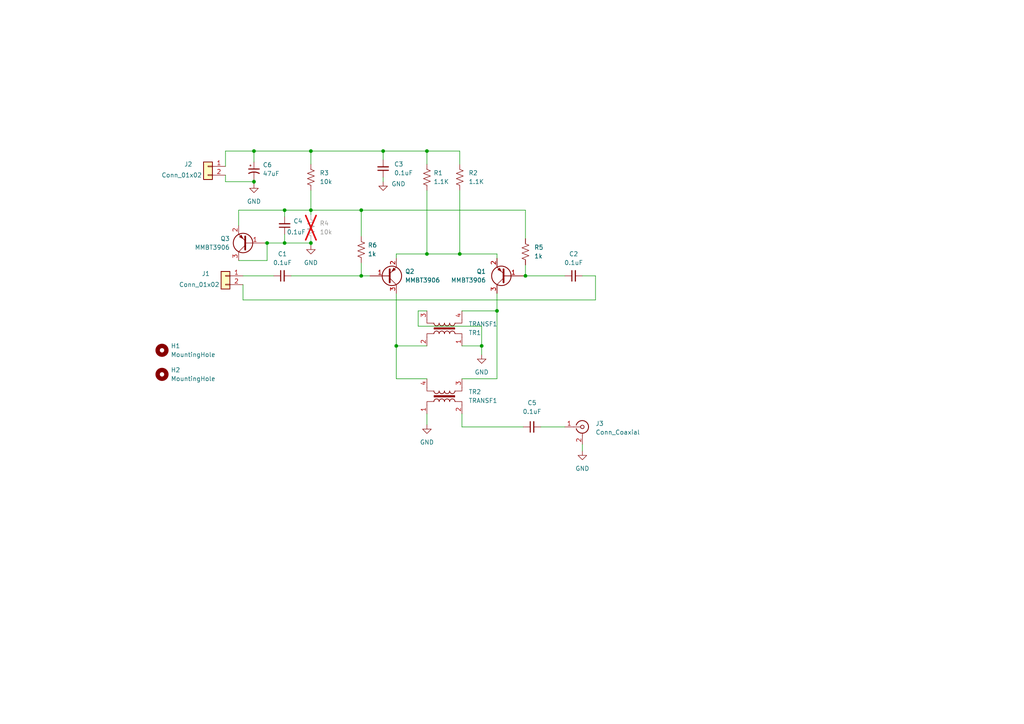
<source format=kicad_sch>
(kicad_sch (version 20230121) (generator eeschema)
  (paper "A4")
  (lib_symbols
    (symbol "Connector:Conn_Coaxial" (pin_names (offset 1.016) hide)
      (property "Reference" "J" (at 0.254 3.048 0))
      (property "Value" "Conn_Coaxial" (at 2.921 0 90))
      (symbol "Conn_Coaxial_0_1"
        (arc (start -1.778 -0.508) (mid 0.2311 -1.8066) (end 1.778 0) (stroke (width 0.254)))
        (polyline (pts (xy -2.54 0) (xy -0.508 0)))
        (polyline (pts (xy 0 -2.54) (xy 0 -1.778)))
        (circle (center 0 0) (radius 0.508) (stroke (width 0.2032)))
        (arc (start 1.778 0) (mid 0.2099 1.8101) (end -1.778 0.508) (stroke (width 0.254)))
      )
      (symbol "Conn_Coaxial_1_1"
        (pin passive line (at -5.08 0 0) (length 2.54) (name "In") (number "1"))
        (pin passive line (at 0 -5.08 90) (length 2.54) (name "Ext") (number "2"))
      )
    )
    (symbol "Connector_Generic:Conn_01x02" (pin_names (offset 1.016) hide)
      (property "Reference" "J" (at 0 2.54 0))
      (property "Value" "Conn_01x02" (at 0 -5.08 0))
      (symbol "Conn_01x02_1_1"
        (rectangle (start -1.27 -2.413) (end 0 -2.667) (stroke (width 0.1524)))
        (rectangle (start -1.27 0.127) (end 0 -0.127) (stroke (width 0.1524)))
        (rectangle (start -1.27 1.27) (end 1.27 -3.81) (stroke (width 0.254)) (fill (type background)))
        (pin passive line (at -5.08 0 0) (length 3.81) (name "Pin_1") (number "1"))
        (pin passive line (at -5.08 -2.54 0) (length 3.81) (name "Pin_2") (number "2"))
      )
    )
    (symbol "Device:C_Polarized_Small_US" (pin_numbers hide) (pin_names (offset 0.254) hide)
      (property "Reference" "C" (at 0.254 1.778 0))
      (property "Value" "C_Polarized_Small_US" (at 0.254 -2.032 0))
      (symbol "C_Polarized_Small_US_0_1"
        (polyline (pts (xy -1.524 0.508) (xy 1.524 0.508)) (stroke (width 0.3048)))
        (polyline (pts (xy -1.27 1.524) (xy -0.762 1.524)))
        (polyline (pts (xy -1.016 1.27) (xy -1.016 1.778)))
        (arc (start 1.524 -0.762) (mid 0 -0.3734) (end -1.524 -0.762) (stroke (width 0.3048)))
      )
      (symbol "C_Polarized_Small_US_1_1"
        (pin passive line (at 0 2.54 270) (length 2.032) (name "~") (number "1"))
        (pin passive line (at 0 -2.54 90) (length 2.032) (name "~") (number "2"))
      )
    )
    (symbol "Device:C_Small" (pin_numbers hide) (pin_names (offset 0.254) hide)
      (property "Reference" "C" (at 0.254 1.778 0))
      (property "Value" "C_Small" (at 0.254 -2.032 0))
      (symbol "C_Small_0_1"
        (polyline (pts (xy -1.524 -0.508) (xy 1.524 -0.508)) (stroke (width 0.3302)))
        (polyline (pts (xy -1.524 0.508) (xy 1.524 0.508)) (stroke (width 0.3048)))
      )
      (symbol "C_Small_1_1"
        (pin passive line (at 0 2.54 270) (length 2.032) (name "~") (number "1"))
        (pin passive line (at 0 -2.54 90) (length 2.032) (name "~") (number "2"))
      )
    )
    (symbol "Device:Q_PNP_BEC" (pin_names (offset 0) hide)
      (property "Reference" "Q" (at 5.08 1.27 0))
      (property "Value" "Q_PNP_BEC" (at 5.08 -1.27 0))
      (symbol "Q_PNP_BEC_0_1"
        (polyline (pts (xy 0.635 0.635) (xy 2.54 2.54)))
        (polyline (pts (xy 0.635 -0.635) (xy 2.54 -2.54) (xy 2.54 -2.54)))
        (polyline (pts (xy 0.635 1.905) (xy 0.635 -1.905) (xy 0.635 -1.905)) (stroke (width 0.508)))
        (polyline (pts (xy 2.286 -1.778) (xy 1.778 -2.286) (xy 1.27 -1.27) (xy 2.286 -1.778) (xy 2.286 -1.778)) (fill (type outline)))
        (circle (center 1.27 0) (radius 2.8194) (stroke (width 0.254)))
      )
      (symbol "Q_PNP_BEC_1_1"
        (pin input line (at -5.08 0 0) (length 5.715) (name "B") (number "1"))
        (pin passive line (at 2.54 -5.08 90) (length 2.54) (name "E") (number "2"))
        (pin passive line (at 2.54 5.08 270) (length 2.54) (name "C") (number "3"))
      )
    )
    (symbol "Device:R_US" (pin_numbers hide) (pin_names (offset 0))
      (property "Reference" "R" (at 2.54 0 90))
      (property "Value" "R_US" (at -2.54 0 90))
      (symbol "R_US_0_1"
        (polyline (pts (xy 0 -2.286) (xy 0 -2.54)))
        (polyline (pts (xy 0 2.286) (xy 0 2.54)))
        (polyline (pts (xy 0 -0.762) (xy 1.016 -1.143) (xy 0 -1.524) (xy -1.016 -1.905) (xy 0 -2.286)))
        (polyline (pts (xy 0 0.762) (xy 1.016 0.381) (xy 0 0) (xy -1.016 -0.381) (xy 0 -0.762)))
        (polyline (pts (xy 0 2.286) (xy 1.016 1.905) (xy 0 1.524) (xy -1.016 1.143) (xy 0 0.762)))
      )
      (symbol "R_US_1_1"
        (pin passive line (at 0 3.81 270) (length 1.27) (name "~") (number "1"))
        (pin passive line (at 0 -3.81 90) (length 1.27) (name "~") (number "2"))
      )
    )
    (symbol "Mechanical:MountingHole" (pin_names (offset 1.016))
      (property "Reference" "H" (at 0 5.08 0))
      (property "Value" "MountingHole" (at 0 3.175 0))
      (symbol "MountingHole_0_1"
        (circle (center 0 0) (radius 1.27) (stroke (width 1.27)))
      )
    )
    (symbol "Transformer:TRANSF1" (pin_names (offset 0))
      (property "Reference" "TR" (at 0 6.35 0))
      (property "Value" "TRANSF1" (at 0 -6.35 0))
      (symbol "TRANSF1_0_1"
        (arc (start -1.524 -3.048) (mid -0.7653 -2.286) (end -1.524 -1.524) (stroke (width 0.2032)))
        (arc (start -1.524 -1.524) (mid -0.7653 -0.762) (end -1.524 0) (stroke (width 0.2032)))
        (arc (start -1.524 0) (mid -0.7653 0.762) (end -1.524 1.524) (stroke (width 0.2032)))
        (arc (start -1.524 1.524) (mid -0.7653 2.286) (end -1.524 3.048) (stroke (width 0.2032)))
        (rectangle (start -0.254 3.048) (end 0.254 -3.048) (stroke (width 0.0254)) (fill (type outline)))
        (polyline (pts (xy -2.54 5.08) (xy -1.524 5.08) (xy -1.524 3.048) (xy -1.524 3.048)) (stroke (width 0.1524)))
        (polyline (pts (xy -1.524 -3.048) (xy -1.524 -5.08) (xy -2.54 -5.08) (xy -2.54 -5.08)) (stroke (width 0.1524)))
        (polyline (pts (xy 1.524 3.048) (xy 1.524 5.08) (xy 2.54 5.08) (xy 2.54 5.08)) (stroke (width 0.1524)))
        (polyline (pts (xy 2.54 -5.08) (xy 1.524 -5.08) (xy 1.524 -3.048) (xy 1.524 -3.048)) (stroke (width 0.1524)))
        (arc (start 1.524 -1.524) (mid 0.7653 -2.286) (end 1.524 -3.048) (stroke (width 0.2032)))
        (arc (start 1.524 0) (mid 0.7653 -0.762) (end 1.524 -1.524) (stroke (width 0.2032)))
        (arc (start 1.524 1.524) (mid 0.7653 0.762) (end 1.524 0) (stroke (width 0.2032)))
        (arc (start 1.524 3.048) (mid 0.7653 2.286) (end 1.524 1.524) (stroke (width 0.2032)))
      )
      (symbol "TRANSF1_1_1"
        (pin passive line (at -5.08 5.08 0) (length 2.54) (name "~") (number "1"))
        (pin passive line (at -5.08 -5.08 0) (length 2.54) (name "~") (number "2"))
        (pin passive line (at 5.08 -5.08 180) (length 2.54) (name "~") (number "3"))
        (pin passive line (at 5.08 5.08 180) (length 2.54) (name "~") (number "4"))
      )
    )
    (symbol "power:GND" (power) (pin_names (offset 0))
      (property "Value" "GND" (at 0 -3.81 0))
      (symbol "GND_0_1"
        (polyline (pts (xy 0 0) (xy 0 -1.27) (xy 1.27 -1.27) (xy 0 -2.54) (xy -1.27 -1.27) (xy 0 -1.27)))
      )
      (symbol "GND_1_1"
        (pin power_in line (at 0 0 270) (length 0) hide (name "GND") (number "1"))
      )
    )
  )
  (junction (at 104.775 80.01))
  (junction (at 144.145 90.17))
  (junction (at 123.825 43.815))
  (junction (at 152.4 80.01))
  (junction (at 90.17 70.485))
  (junction (at 82.55 70.485))
  (junction (at 82.55 60.96))
  (junction (at 123.825 73.66))
  (junction (at 90.17 43.815))
  (junction (at 90.17 60.96))
  (junction (at 114.935 100.33))
  (junction (at 73.66 43.815))
  (junction (at 73.66 52.705))
  (junction (at 77.47 70.485))
  (junction (at 133.35 73.66))
  (junction (at 111.125 43.815))
  (junction (at 104.775 60.96))
  (junction (at 139.7 100.33))
  (wire (pts (xy 156.845 123.825) (xy 163.83 123.825)))
  (wire (pts (xy 133.985 123.825) (xy 151.765 123.825)))
  (wire (pts (xy 121.285 94.615) (xy 121.285 90.17)))
  (wire (pts (xy 82.55 62.865) (xy 82.55 60.96)))
  (wire (pts (xy 84.455 80.01) (xy 104.775 80.01)))
  (wire (pts (xy 133.35 73.66) (xy 144.145 73.66)))
  (wire (pts (xy 139.7 100.33) (xy 139.7 94.615)))
  (wire (pts (xy 133.985 109.855) (xy 144.145 109.855)))
  (wire (pts (xy 168.91 128.905) (xy 168.91 130.81)))
  (wire (pts (xy 151.765 80.01) (xy 152.4 80.01)))
  (wire (pts (xy 114.935 85.09) (xy 114.935 100.33)))
  (wire (pts (xy 168.91 80.01) (xy 172.72 80.01)))
  (wire (pts (xy 65.405 48.26) (xy 65.405 43.815)))
  (wire (pts (xy 104.775 68.58) (xy 104.775 60.96)))
  (wire (pts (xy 111.125 43.815) (xy 123.825 43.815)))
  (wire (pts (xy 90.17 43.815) (xy 111.125 43.815)))
  (wire (pts (xy 70.485 86.995) (xy 70.485 82.55)))
  (wire (pts (xy 76.835 70.485) (xy 77.47 70.485)))
  (wire (pts (xy 152.4 69.215) (xy 152.4 60.96)))
  (wire (pts (xy 65.405 52.705) (xy 73.66 52.705)))
  (wire (pts (xy 114.935 73.66) (xy 123.825 73.66)))
  (wire (pts (xy 144.145 73.66) (xy 144.145 74.93)))
  (wire (pts (xy 144.145 90.17) (xy 144.145 85.09)))
  (wire (pts (xy 123.825 43.815) (xy 133.35 43.815)))
  (wire (pts (xy 152.4 76.835) (xy 152.4 80.01)))
  (wire (pts (xy 123.825 73.66) (xy 133.35 73.66)))
  (wire (pts (xy 139.7 100.33) (xy 139.7 102.87)))
  (wire (pts (xy 69.215 75.565) (xy 77.47 75.565)))
  (wire (pts (xy 90.17 47.625) (xy 90.17 43.815)))
  (wire (pts (xy 123.825 109.855) (xy 114.935 109.855)))
  (wire (pts (xy 172.72 86.995) (xy 70.485 86.995)))
  (wire (pts (xy 133.985 120.015) (xy 133.985 123.825)))
  (wire (pts (xy 90.17 70.485) (xy 82.55 70.485)))
  (wire (pts (xy 65.405 50.8) (xy 65.405 52.705)))
  (wire (pts (xy 123.825 120.015) (xy 123.825 123.19)))
  (wire (pts (xy 111.125 51.435) (xy 111.125 52.705)))
  (wire (pts (xy 114.935 109.855) (xy 114.935 100.33)))
  (wire (pts (xy 90.17 60.96) (xy 90.17 62.23)))
  (wire (pts (xy 90.17 69.85) (xy 90.17 70.485)))
  (wire (pts (xy 104.775 80.01) (xy 107.315 80.01)))
  (wire (pts (xy 133.985 90.17) (xy 144.145 90.17)))
  (wire (pts (xy 82.55 67.945) (xy 82.55 70.485)))
  (wire (pts (xy 69.215 60.96) (xy 82.55 60.96)))
  (wire (pts (xy 90.17 55.245) (xy 90.17 60.96)))
  (wire (pts (xy 82.55 60.96) (xy 90.17 60.96)))
  (wire (pts (xy 111.125 43.815) (xy 111.125 46.355)))
  (wire (pts (xy 121.285 90.17) (xy 123.825 90.17)))
  (wire (pts (xy 65.405 43.815) (xy 73.66 43.815)))
  (wire (pts (xy 73.66 46.99) (xy 73.66 43.815)))
  (wire (pts (xy 73.66 52.07) (xy 73.66 52.705)))
  (wire (pts (xy 152.4 60.96) (xy 104.775 60.96)))
  (wire (pts (xy 144.145 109.855) (xy 144.145 90.17)))
  (wire (pts (xy 114.935 74.93) (xy 114.935 73.66)))
  (wire (pts (xy 70.485 80.01) (xy 79.375 80.01)))
  (wire (pts (xy 133.35 55.245) (xy 133.35 73.66)))
  (wire (pts (xy 73.66 43.815) (xy 90.17 43.815)))
  (wire (pts (xy 77.47 70.485) (xy 82.55 70.485)))
  (wire (pts (xy 90.17 70.485) (xy 90.17 71.12)))
  (wire (pts (xy 77.47 75.565) (xy 77.47 70.485)))
  (wire (pts (xy 133.985 100.33) (xy 139.7 100.33)))
  (wire (pts (xy 133.35 43.815) (xy 133.35 47.625)))
  (wire (pts (xy 172.72 80.01) (xy 172.72 86.995)))
  (wire (pts (xy 114.935 100.33) (xy 123.825 100.33)))
  (wire (pts (xy 123.825 55.245) (xy 123.825 73.66)))
  (wire (pts (xy 69.215 65.405) (xy 69.215 60.96)))
  (wire (pts (xy 73.66 52.705) (xy 73.66 53.34)))
  (wire (pts (xy 104.775 76.2) (xy 104.775 80.01)))
  (wire (pts (xy 123.825 43.815) (xy 123.825 47.625)))
  (wire (pts (xy 139.7 94.615) (xy 121.285 94.615)))
  (wire (pts (xy 152.4 80.01) (xy 163.83 80.01)))
  (wire (pts (xy 104.775 60.96) (xy 90.17 60.96)))
  (symbol (lib_id "Device:R_US") (at 123.825 51.435 0) (unit 1)
    (property "Reference" "R1" (at 125.73 50.165 0) (effects (justify left)))
    (property "Value" "1.1K" (at 125.73 52.705 0) (effects (justify left)))
    (property "Footprint" "Resistor_SMD:R_0603_1608Metric_Pad0.98x0.95mm_HandSolder" (effects hide))
  )
  (symbol (lib_id "Device:R_US") (at 90.17 51.435 0) (unit 1)
    (property "Reference" "R3" (at 92.71 50.165 0) (effects (justify left)))
    (property "Value" "10k" (at 92.71 52.705 0) (effects (justify left)))
    (property "Footprint" "Resistor_SMD:R_0603_1608Metric_Pad0.98x0.95mm_HandSolder" (effects hide))
  )
  (symbol (lib_id "power:GND") (at 111.125 52.705 0) (unit 1)
    (property "Reference" "#PWR02" (effects hide))
    (property "Value" "GND" (at 115.57 53.34 0))
  )
  (symbol (lib_id "Device:C_Small") (at 166.37 80.01 90) (unit 1)
    (property "Reference" "C2" (at 166.3763 73.66 90))
    (property "Value" "0.1uF" (at 166.3763 76.2 90))
    (property "Footprint" "Capacitor_SMD:C_0603_1608Metric_Pad1.08x0.95mm_HandSolder" (effects hide))
  )
  (symbol (lib_id "Device:Q_PNP_BEC") (at 71.755 70.485 180) (unit 1)
    (property "Reference" "Q3" (at 66.675 69.215 0) (effects (justify left)))
    (property "Value" "MMBT3906" (at 66.675 71.755 0) (effects (justify left)))
    (property "Footprint" "Package_TO_SOT_SMD:SOT-23_Handsoldering" (effects hide))
  )
  (symbol (lib_id "Device:R_US") (at 133.35 51.435 0) (unit 1)
    (property "Reference" "R2" (at 135.89 50.165 0) (effects (justify left)))
    (property "Value" "1.1K" (at 135.89 52.705 0) (effects (justify left)))
    (property "Footprint" "Resistor_SMD:R_0603_1608Metric_Pad0.98x0.95mm_HandSolder" (effects hide))
  )
  (symbol (lib_id "power:GND") (at 168.91 130.81 0) (unit 1)
    (property "Reference" "#PWR06" (effects hide))
    (property "Value" "GND" (at 168.91 135.89 0))
  )
  (symbol (lib_id "power:GND") (at 139.7 102.87 0) (unit 1)
    (property "Reference" "#PWR03" (effects hide))
    (property "Value" "GND" (at 139.7 107.95 0))
  )
  (symbol (lib_id "Connector_Generic:Conn_01x02") (at 65.405 80.01 0) (mirror y) (unit 1)
    (property "Reference" "J1" (at 59.69 79.375 0))
    (property "Value" "Conn_01x02" (at 57.785 82.55 0))
    (property "Footprint" "Connector_PinHeader_2.54mm:PinHeader_1x02_P2.54mm_Vertical" (effects hide))
  )
  (symbol (lib_id "Device:C_Small") (at 111.125 48.895 180) (unit 1)
    (property "Reference" "C3" (at 114.3 47.6186 0) (effects (justify right)))
    (property "Value" "0.1uF" (at 114.3 50.1586 0) (effects (justify right)))
    (property "Footprint" "Capacitor_SMD:C_0603_1608Metric_Pad1.08x0.95mm_HandSolder" (effects hide))
  )
  (symbol (lib_id "Device:R_US") (at 104.775 72.39 180) (unit 1)
    (property "Reference" "R6" (at 106.68 71.12 0) (effects (justify right)))
    (property "Value" "1k" (at 106.68 73.66 0) (effects (justify right)))
    (property "Footprint" "Resistor_SMD:R_0603_1608Metric_Pad0.98x0.95mm_HandSolder" (effects hide))
  )
  (symbol (lib_id "Device:C_Small") (at 81.915 80.01 90) (unit 1)
    (property "Reference" "C1" (at 81.9213 73.66 90))
    (property "Value" "0.1uF" (at 81.9213 76.2 90))
    (property "Footprint" "Capacitor_SMD:C_0603_1608Metric_Pad1.08x0.95mm_HandSolder" (effects hide))
  )
  (symbol (lib_id "Connector:Conn_Coaxial") (at 168.91 123.825 0) (unit 1)
    (property "Reference" "J3" (at 172.72 122.8482 0) (effects (justify left)))
    (property "Value" "Conn_Coaxial" (at 172.72 125.3882 0) (effects (justify left)))
    (property "Footprint" "Connector_Coaxial:SMA_Amphenol_132289_EdgeMount" (effects hide))
    (property "Datasheet" " ~" (effects hide))
  )
  (symbol (lib_id "Transformer:TRANSF1") (at 128.905 95.25 270) (mirror x) (unit 1)
    (property "Reference" "TR1" (at 135.89 96.52 90) (effects (justify left)))
    (property "Value" "TRANSF1" (at 135.89 93.98 90) (effects (justify left)))
    (property "Footprint" "Transformer_THT:Transformer_Toroid_Horizontal_D10.5mm_Amidon-T37" (effects hide))
  )
  (symbol (lib_id "power:GND") (at 123.825 123.19 0) (unit 1)
    (property "Reference" "#PWR04" (effects hide))
    (property "Value" "GND" (at 123.825 128.27 0))
  )
  (symbol (lib_id "Mechanical:MountingHole") (at 46.99 101.6 0) (unit 1)
    (property "Reference" "H1" (at 49.53 100.33 0) (effects (justify left)))
    (property "Value" "MountingHole" (at 49.53 102.87 0) (effects (justify left)))
    (property "Footprint" "MountingHole:MountingHole_3.2mm_M3_DIN965" (effects hide))
  )
  (symbol (lib_id "Device:R_US") (at 90.17 66.04 0) (unit 1) (dnp yes)
    (property "Reference" "R4" (at 92.71 64.77 0) (effects (justify left)))
    (property "Value" "10k" (at 92.71 67.31 0) (effects (justify left)))
    (property "Footprint" "Resistor_SMD:R_0603_1608Metric_Pad0.98x0.95mm_HandSolder" (effects hide))
  )
  (symbol (lib_id "power:GND") (at 73.66 53.34 0) (unit 1)
    (property "Reference" "#PWR05" (effects hide))
    (property "Value" "GND" (at 73.66 58.42 0))
  )
  (symbol (lib_id "power:GND") (at 90.17 71.12 0) (unit 1)
    (property "Reference" "#PWR01" (effects hide))
    (property "Value" "GND" (at 90.17 76.2 0))
  )
  (symbol (lib_id "Device:C_Polarized_Small_US") (at 73.66 49.53 0) (unit 1)
    (property "Reference" "C6" (at 76.2 47.8282 0) (effects (justify left)))
    (property "Value" "47uF" (at 76.2 50.3682 0) (effects (justify left)))
    (property "Footprint" "Capacitor_THT:CP_Radial_D5.0mm_P2.50mm" (effects hide))
  )
  (symbol (lib_id "Device:C_Small") (at 154.305 123.825 90) (unit 1)
    (property "Reference" "C5" (at 154.3113 116.84 90))
    (property "Value" "0.1uF" (at 154.3113 119.38 90))
    (property "Footprint" "Capacitor_SMD:C_0603_1608Metric_Pad1.08x0.95mm_HandSolder" (effects hide))
  )
  (symbol (lib_id "Device:R_US") (at 152.4 73.025 180) (unit 1)
    (property "Reference" "R5" (at 154.94 71.755 0) (effects (justify right)))
    (property "Value" "1k" (at 154.94 74.295 0) (effects (justify right)))
    (property "Footprint" "Resistor_SMD:R_0603_1608Metric_Pad0.98x0.95mm_HandSolder" (effects hide))
  )
  (symbol (lib_id "Device:Q_PNP_BEC") (at 112.395 80.01 0) (mirror x) (unit 1)
    (property "Reference" "Q2" (at 117.475 78.74 0) (effects (justify left)))
    (property "Value" "MMBT3906" (at 117.475 81.28 0) (effects (justify left)))
    (property "Footprint" "Package_TO_SOT_SMD:SOT-23_Handsoldering" (effects hide))
  )
  (symbol (lib_id "Device:Q_PNP_BEC") (at 146.685 80.01 180) (unit 1)
    (property "Reference" "Q1" (at 140.97 78.74 0) (effects (justify left)))
    (property "Value" "MMBT3906" (at 140.97 81.28 0) (effects (justify left)))
    (property "Footprint" "Package_TO_SOT_SMD:SOT-23_Handsoldering" (effects hide))
  )
  (symbol (lib_id "Connector_Generic:Conn_01x02") (at 60.325 48.26 0) (mirror y) (unit 1)
    (property "Reference" "J2" (at 54.61 47.625 0))
    (property "Value" "Conn_01x02" (at 52.705 50.8 0))
    (property "Footprint" "Connector_PinHeader_2.54mm:PinHeader_1x02_P2.54mm_Vertical" (effects hide))
  )
  (symbol (lib_id "Transformer:TRANSF1") (at 128.905 114.935 90) (unit 1)
    (property "Reference" "TR2" (at 135.89 113.665 90) (effects (justify right)))
    (property "Value" "TRANSF1" (at 135.89 116.205 90) (effects (justify right)))
    (property "Footprint" "Transformer_THT:Transformer_Toroid_Horizontal_D10.5mm_Amidon-T37" (effects hide))
  )
  (symbol (lib_id "Mechanical:MountingHole") (at 46.99 108.585 0) (unit 1)
    (property "Reference" "H2" (at 49.53 107.315 0) (effects (justify left)))
    (property "Value" "MountingHole" (at 49.53 109.855 0) (effects (justify left)))
    (property "Footprint" "MountingHole:MountingHole_3.2mm_M3_DIN965" (effects hide))
  )
  (symbol (lib_id "Device:C_Small") (at 82.55 65.405 180) (unit 1)
    (property "Reference" "C4" (at 85.09 64.1286 0) (effects (justify right)))
    (property "Value" "0.1uF" (at 83.185 67.31 0) (effects (justify right)))
    (property "Footprint" "Capacitor_SMD:C_0603_1608Metric_Pad1.08x0.95mm_HandSolder" (effects hide))
  )
)
</source>
